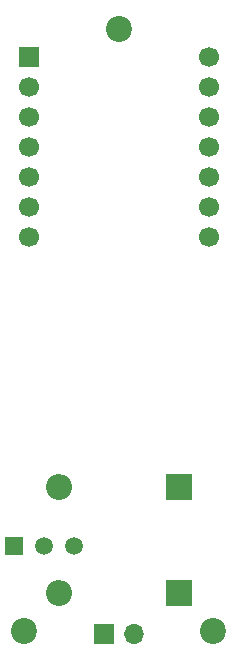
<source format=gbr>
%TF.GenerationSoftware,KiCad,Pcbnew,7.0.9*%
%TF.CreationDate,2024-09-19T11:25:21-04:00*%
%TF.ProjectId,Module_PCB,4d6f6475-6c65-45f5-9043-422e6b696361,rev?*%
%TF.SameCoordinates,Original*%
%TF.FileFunction,Soldermask,Bot*%
%TF.FilePolarity,Negative*%
%FSLAX46Y46*%
G04 Gerber Fmt 4.6, Leading zero omitted, Abs format (unit mm)*
G04 Created by KiCad (PCBNEW 7.0.9) date 2024-09-19 11:25:21*
%MOMM*%
%LPD*%
G01*
G04 APERTURE LIST*
%ADD10R,2.200000X2.200000*%
%ADD11O,2.200000X2.200000*%
%ADD12C,2.200000*%
%ADD13R,1.500000X1.500000*%
%ADD14C,1.500000*%
%ADD15R,1.700000X1.700000*%
%ADD16O,1.700000X1.700000*%
%ADD17C,1.700000*%
G04 APERTURE END LIST*
D10*
%TO.C,D1*%
X15080000Y-40750000D03*
D11*
X4920000Y-40750000D03*
%TD*%
D12*
%TO.C,H3*%
X2000000Y-53000000D03*
%TD*%
D13*
%TO.C,Q1*%
X1170000Y-45750000D03*
D14*
X3710000Y-45750000D03*
X6250000Y-45750000D03*
%TD*%
D12*
%TO.C,H2*%
X18000000Y-53000000D03*
%TD*%
D15*
%TO.C,J3*%
X8725000Y-53250000D03*
D16*
X11265000Y-53250000D03*
%TD*%
D12*
%TO.C,H1*%
X10000000Y-2000000D03*
%TD*%
D10*
%TO.C,D2*%
X15080000Y-49750000D03*
D11*
X4920000Y-49750000D03*
%TD*%
D15*
%TO.C,U1*%
X2375000Y-4380000D03*
D17*
X2375000Y-6920000D03*
X2375000Y-9460000D03*
X2375000Y-12000000D03*
X2375000Y-14540000D03*
X2375000Y-17080000D03*
X2375000Y-19620000D03*
X17625000Y-19620000D03*
X17625000Y-17080000D03*
X17625000Y-14540000D03*
X17625000Y-12000000D03*
X17625000Y-9460000D03*
X17625000Y-6920000D03*
X17625000Y-4380000D03*
%TD*%
M02*

</source>
